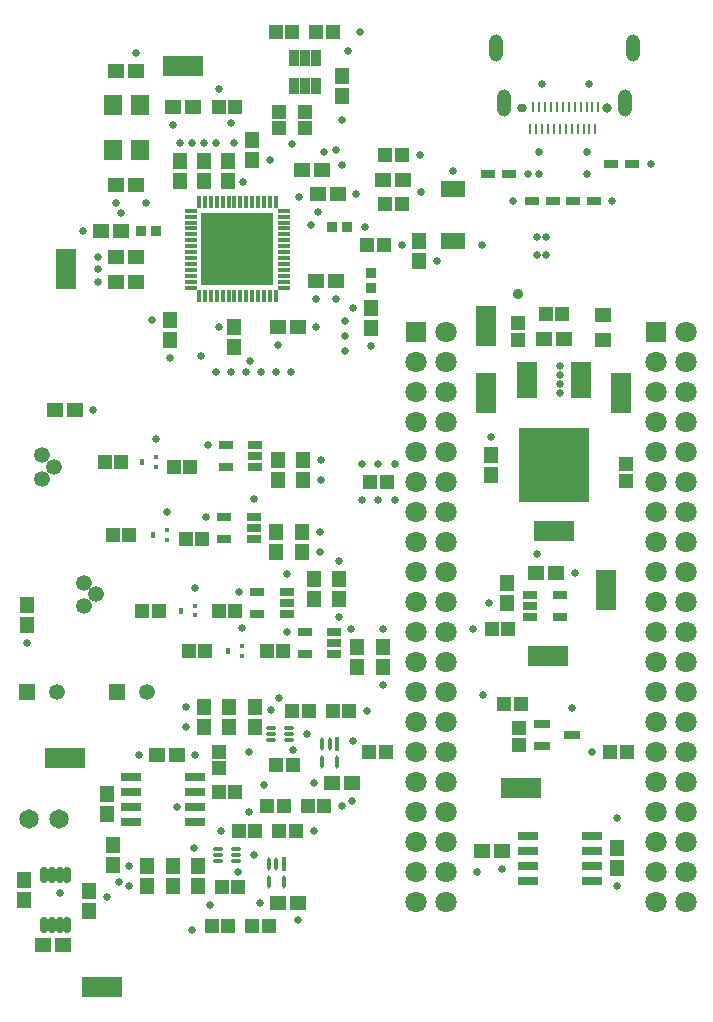
<source format=gts>
G04*
G04 #@! TF.GenerationSoftware,Altium Limited,Altium Designer,21.6.1 (37)*
G04*
G04 Layer_Color=8388736*
%FSAX25Y25*%
%MOIN*%
G70*
G04*
G04 #@! TF.SameCoordinates,E0C0A44B-B62E-4E6E-ADDB-BB2CC36F5004*
G04*
G04*
G04 #@! TF.FilePolarity,Negative*
G04*
G01*
G75*
%ADD16R,0.01772X0.01575*%
%ADD17R,0.01772X0.01968*%
%ADD22R,0.01000X0.03543*%
%ADD23R,0.13504X0.07008*%
%ADD25R,0.07008X0.13504*%
%ADD33R,0.01322X0.04583*%
G04:AMPARAMS|DCode=34|XSize=45.83mil|YSize=13.22mil|CornerRadius=6.61mil|HoleSize=0mil|Usage=FLASHONLY|Rotation=270.000|XOffset=0mil|YOffset=0mil|HoleType=Round|Shape=RoundedRectangle|*
%AMROUNDEDRECTD34*
21,1,0.04583,0.00000,0,0,270.0*
21,1,0.03260,0.01322,0,0,270.0*
1,1,0.01322,0.00000,-0.01630*
1,1,0.01322,0.00000,0.01630*
1,1,0.01322,0.00000,0.01630*
1,1,0.01322,0.00000,-0.01630*
%
%ADD34ROUNDEDRECTD34*%
%ADD36R,0.03174X0.03379*%
%ADD37R,0.03379X0.03174*%
%ADD43R,0.05000X0.02992*%
%ADD44R,0.04921X0.05512*%
%ADD45R,0.04528X0.04921*%
%ADD46R,0.05118X0.02953*%
%ADD47R,0.05512X0.04921*%
%ADD48R,0.04724X0.02756*%
%ADD49R,0.05315X0.04921*%
%ADD50R,0.06890X0.12402*%
%ADD51R,0.23425X0.25000*%
%ADD52R,0.04921X0.04528*%
%ADD53R,0.05315X0.02953*%
%ADD54R,0.06594X0.03150*%
G04:AMPARAMS|DCode=55|XSize=23.62mil|YSize=51.18mil|CornerRadius=4.9mil|HoleSize=0mil|Usage=FLASHONLY|Rotation=180.000|XOffset=0mil|YOffset=0mil|HoleType=Round|Shape=RoundedRectangle|*
%AMROUNDEDRECTD55*
21,1,0.02362,0.04138,0,0,180.0*
21,1,0.01382,0.05118,0,0,180.0*
1,1,0.00980,-0.00691,0.02069*
1,1,0.00980,0.00691,0.02069*
1,1,0.00980,0.00691,-0.02069*
1,1,0.00980,-0.00691,-0.02069*
%
%ADD55ROUNDEDRECTD55*%
G04:AMPARAMS|DCode=56|XSize=30.32mil|YSize=15.75mil|CornerRadius=4.92mil|HoleSize=0mil|Usage=FLASHONLY|Rotation=0.000|XOffset=0mil|YOffset=0mil|HoleType=Round|Shape=RoundedRectangle|*
%AMROUNDEDRECTD56*
21,1,0.03032,0.00591,0,0,0.0*
21,1,0.02047,0.01575,0,0,0.0*
1,1,0.00984,0.01024,-0.00295*
1,1,0.00984,-0.01024,-0.00295*
1,1,0.00984,-0.01024,0.00295*
1,1,0.00984,0.01024,0.00295*
%
%ADD56ROUNDEDRECTD56*%
%ADD57R,0.24016X0.24016*%
%ADD58R,0.03937X0.01772*%
%ADD59R,0.01772X0.03937*%
%ADD60R,0.08268X0.05512*%
%ADD61R,0.06102X0.06890*%
%ADD62R,0.03347X0.05709*%
%ADD63C,0.05284*%
%ADD64C,0.03189*%
G04:AMPARAMS|DCode=65|XSize=31.89mil|YSize=29.53mil|CornerRadius=14.76mil|HoleSize=0mil|Usage=FLASHONLY|Rotation=180.000|XOffset=0mil|YOffset=0mil|HoleType=Round|Shape=RoundedRectangle|*
%AMROUNDEDRECTD65*
21,1,0.03189,0.00000,0,0,180.0*
21,1,0.00236,0.02953,0,0,180.0*
1,1,0.02953,-0.00118,0.00000*
1,1,0.02953,0.00118,0.00000*
1,1,0.02953,0.00118,0.00000*
1,1,0.02953,-0.00118,0.00000*
%
%ADD65ROUNDEDRECTD65*%
G04:AMPARAMS|DCode=66|XSize=47.24mil|YSize=90.55mil|CornerRadius=23.62mil|HoleSize=0mil|Usage=FLASHONLY|Rotation=180.000|XOffset=0mil|YOffset=0mil|HoleType=Round|Shape=RoundedRectangle|*
%AMROUNDEDRECTD66*
21,1,0.04724,0.04331,0,0,180.0*
21,1,0.00000,0.09055,0,0,180.0*
1,1,0.04724,0.00000,0.02165*
1,1,0.04724,0.00000,0.02165*
1,1,0.04724,0.00000,-0.02165*
1,1,0.04724,0.00000,-0.02165*
%
%ADD66ROUNDEDRECTD66*%
%ADD67R,0.05284X0.05284*%
%ADD68C,0.06496*%
%ADD69R,0.07087X0.07087*%
%ADD70C,0.07087*%
%ADD71C,0.02591*%
%ADD72C,0.03591*%
D16*
X0053264Y0180925D02*
D03*
Y0184075D02*
D03*
X0057028Y0156675D02*
D03*
Y0159825D02*
D03*
X0082028Y0121075D02*
D03*
Y0117925D02*
D03*
X0066264Y0134575D02*
D03*
Y0131425D02*
D03*
D17*
X0048736Y0182500D02*
D03*
X0052500Y0158250D02*
D03*
X0077500Y0119500D02*
D03*
X0061736Y0133000D02*
D03*
D22*
X0199835Y0293504D02*
D03*
X0197866D02*
D03*
X0195898D02*
D03*
X0193929D02*
D03*
X0191961D02*
D03*
X0189992D02*
D03*
X0188024D02*
D03*
X0186055D02*
D03*
X0184087D02*
D03*
X0182118D02*
D03*
X0180150D02*
D03*
X0178181D02*
D03*
X0179165Y0300984D02*
D03*
X0181134D02*
D03*
X0183102D02*
D03*
X0185071D02*
D03*
X0187039D02*
D03*
X0189008D02*
D03*
X0190976D02*
D03*
X0192945D02*
D03*
X0194913D02*
D03*
X0196882D02*
D03*
X0198850D02*
D03*
X0200819D02*
D03*
D23*
X0184000Y0118000D02*
D03*
X0186000Y0159500D02*
D03*
X0175000Y0074000D02*
D03*
X0023000Y0084000D02*
D03*
X0035500Y0007500D02*
D03*
X0062500Y0314500D02*
D03*
D25*
X0203500Y0140000D02*
D03*
X0163500Y0228000D02*
D03*
Y0205500D02*
D03*
X0208500D02*
D03*
X0023500Y0246750D02*
D03*
D33*
X0113815Y0088532D02*
D03*
X0096059Y0048532D02*
D03*
D34*
X0111256Y0088532D02*
D03*
X0108697D02*
D03*
Y0082468D02*
D03*
X0113815D02*
D03*
X0093500Y0048532D02*
D03*
X0090941D02*
D03*
Y0042468D02*
D03*
X0096059D02*
D03*
D36*
X0112070Y0261000D02*
D03*
X0117000D02*
D03*
X0048500Y0259500D02*
D03*
X0053430D02*
D03*
D37*
X0125000Y0240535D02*
D03*
Y0245465D02*
D03*
D43*
X0163992Y0278500D02*
D03*
X0171000D02*
D03*
X0204992Y0282000D02*
D03*
X0212000D02*
D03*
X0185762Y0269500D02*
D03*
X0178754D02*
D03*
X0192254D02*
D03*
X0199262D02*
D03*
D44*
X0102500Y0183346D02*
D03*
Y0176654D02*
D03*
X0094000Y0183346D02*
D03*
Y0176654D02*
D03*
X0093500Y0159346D02*
D03*
Y0152654D02*
D03*
X0102000Y0159346D02*
D03*
Y0152654D02*
D03*
X0120500Y0114154D02*
D03*
Y0120846D02*
D03*
X0129000Y0114154D02*
D03*
Y0120846D02*
D03*
X0106000Y0136807D02*
D03*
Y0143500D02*
D03*
X0114500Y0136807D02*
D03*
Y0143500D02*
D03*
X0010500Y0128154D02*
D03*
Y0134846D02*
D03*
X0170500Y0135653D02*
D03*
Y0142347D02*
D03*
X0165000Y0184846D02*
D03*
Y0178154D02*
D03*
X0039000Y0054847D02*
D03*
Y0048153D02*
D03*
X0037000Y0071846D02*
D03*
Y0065153D02*
D03*
X0009500Y0043346D02*
D03*
Y0036654D02*
D03*
X0031000Y0033000D02*
D03*
Y0039693D02*
D03*
X0069256Y0100847D02*
D03*
Y0094153D02*
D03*
X0077756Y0100847D02*
D03*
Y0094153D02*
D03*
X0086256Y0100847D02*
D03*
Y0094153D02*
D03*
X0067500Y0041307D02*
D03*
Y0048000D02*
D03*
X0050500Y0041307D02*
D03*
Y0048000D02*
D03*
X0059000Y0041307D02*
D03*
Y0048000D02*
D03*
X0207000Y0047153D02*
D03*
Y0053847D02*
D03*
X0115500Y0304654D02*
D03*
Y0311347D02*
D03*
X0141000Y0256347D02*
D03*
Y0249654D02*
D03*
X0125000Y0233846D02*
D03*
Y0227153D02*
D03*
X0079500Y0227500D02*
D03*
Y0220807D02*
D03*
X0058000Y0229847D02*
D03*
Y0223153D02*
D03*
X0061500Y0276153D02*
D03*
Y0282846D02*
D03*
X0077500Y0276153D02*
D03*
Y0282846D02*
D03*
X0069500Y0276153D02*
D03*
Y0282846D02*
D03*
X0085500Y0283154D02*
D03*
Y0289846D02*
D03*
D45*
X0059244Y0181000D02*
D03*
X0064756D02*
D03*
X0036244Y0182500D02*
D03*
X0041756D02*
D03*
X0038988Y0158250D02*
D03*
X0044500D02*
D03*
X0063244Y0156750D02*
D03*
X0068756D02*
D03*
X0064244Y0119500D02*
D03*
X0069756D02*
D03*
X0095756D02*
D03*
X0090244D02*
D03*
X0048744Y0133000D02*
D03*
X0054256D02*
D03*
X0079756D02*
D03*
X0074244D02*
D03*
X0170756Y0127000D02*
D03*
X0165244D02*
D03*
X0188756Y0232000D02*
D03*
X0183244D02*
D03*
X0175000Y0102000D02*
D03*
X0169488D02*
D03*
X0079756Y0072500D02*
D03*
X0074244D02*
D03*
X0096012Y0068000D02*
D03*
X0090500D02*
D03*
X0109512D02*
D03*
X0104000D02*
D03*
X0117756Y0099500D02*
D03*
X0112244D02*
D03*
X0104256D02*
D03*
X0098744D02*
D03*
X0093500Y0081500D02*
D03*
X0099012D02*
D03*
X0077512Y0028000D02*
D03*
X0072000D02*
D03*
X0091012D02*
D03*
X0085500D02*
D03*
X0075244Y0041000D02*
D03*
X0080756D02*
D03*
X0086500Y0059500D02*
D03*
X0080988D02*
D03*
X0100012D02*
D03*
X0094500D02*
D03*
X0130012Y0086000D02*
D03*
X0124500D02*
D03*
X0210256D02*
D03*
X0204744D02*
D03*
X0130256Y0176000D02*
D03*
X0124744D02*
D03*
X0079756Y0301000D02*
D03*
X0074244D02*
D03*
X0112256Y0326000D02*
D03*
X0106744D02*
D03*
X0098756D02*
D03*
X0093244D02*
D03*
X0135256Y0268500D02*
D03*
X0129744D02*
D03*
X0123744Y0255000D02*
D03*
X0129256D02*
D03*
X0129744Y0285000D02*
D03*
X0135256D02*
D03*
D46*
X0076579Y0180760D02*
D03*
Y0188240D02*
D03*
X0086421D02*
D03*
Y0184500D02*
D03*
Y0180760D02*
D03*
X0112843Y0118500D02*
D03*
Y0122240D02*
D03*
Y0125980D02*
D03*
X0103000D02*
D03*
Y0118500D02*
D03*
X0096921Y0131760D02*
D03*
Y0135500D02*
D03*
Y0139240D02*
D03*
X0087079D02*
D03*
Y0131760D02*
D03*
X0085921Y0156760D02*
D03*
Y0160500D02*
D03*
Y0164240D02*
D03*
X0076079D02*
D03*
Y0156760D02*
D03*
D47*
X0019654Y0200000D02*
D03*
X0026346D02*
D03*
X0180154Y0145500D02*
D03*
X0186846D02*
D03*
X0189347Y0223500D02*
D03*
X0182653D02*
D03*
X0060347Y0085000D02*
D03*
X0053654D02*
D03*
X0022346Y0021500D02*
D03*
X0015653D02*
D03*
X0111909Y0075500D02*
D03*
X0118602D02*
D03*
X0094153Y0035500D02*
D03*
X0100847D02*
D03*
X0168846Y0053000D02*
D03*
X0162153D02*
D03*
X0107307Y0272000D02*
D03*
X0114000D02*
D03*
X0040154Y0313000D02*
D03*
X0046847D02*
D03*
X0065847Y0301000D02*
D03*
X0059153D02*
D03*
X0046847Y0251000D02*
D03*
X0040154D02*
D03*
X0094153Y0227500D02*
D03*
X0100847D02*
D03*
X0040154Y0275000D02*
D03*
X0046847D02*
D03*
X0041846Y0259500D02*
D03*
X0035154D02*
D03*
X0129154Y0276500D02*
D03*
X0135846D02*
D03*
X0102154Y0280000D02*
D03*
X0108846D02*
D03*
X0106653Y0243000D02*
D03*
X0113347D02*
D03*
X0046847Y0242500D02*
D03*
X0040154D02*
D03*
D48*
X0188118Y0138240D02*
D03*
Y0130760D02*
D03*
X0177882D02*
D03*
Y0134500D02*
D03*
Y0138240D02*
D03*
D49*
X0202500Y0223366D02*
D03*
Y0231634D02*
D03*
D50*
X0194996Y0209768D02*
D03*
X0177004D02*
D03*
D51*
X0186000Y0181500D02*
D03*
D52*
X0174000Y0223244D02*
D03*
Y0228756D02*
D03*
X0210000Y0181756D02*
D03*
Y0176244D02*
D03*
X0174500Y0088244D02*
D03*
Y0093756D02*
D03*
X0074500Y0080488D02*
D03*
Y0086000D02*
D03*
X0094500Y0293744D02*
D03*
Y0299256D02*
D03*
X0103000Y0293744D02*
D03*
Y0299256D02*
D03*
D53*
X0191921Y0091500D02*
D03*
X0182079Y0087760D02*
D03*
Y0095240D02*
D03*
D54*
X0045146Y0077500D02*
D03*
Y0072500D02*
D03*
Y0067500D02*
D03*
Y0062500D02*
D03*
X0066500D02*
D03*
Y0067500D02*
D03*
Y0072500D02*
D03*
Y0077500D02*
D03*
X0198677Y0058000D02*
D03*
Y0053000D02*
D03*
Y0048000D02*
D03*
Y0043000D02*
D03*
X0177323D02*
D03*
Y0048000D02*
D03*
Y0053000D02*
D03*
Y0058000D02*
D03*
D55*
X0016161Y0028134D02*
D03*
X0018721D02*
D03*
X0021280D02*
D03*
X0023839D02*
D03*
X0016161Y0044866D02*
D03*
X0018721D02*
D03*
X0021280D02*
D03*
X0023839D02*
D03*
D56*
X0091843Y0090031D02*
D03*
Y0092000D02*
D03*
Y0093968D02*
D03*
X0097669D02*
D03*
Y0092000D02*
D03*
Y0090031D02*
D03*
X0074087Y0049632D02*
D03*
Y0051600D02*
D03*
Y0053569D02*
D03*
X0079913D02*
D03*
Y0051600D02*
D03*
Y0049632D02*
D03*
D57*
X0080500Y0253500D02*
D03*
D58*
X0096051Y0266295D02*
D03*
Y0264327D02*
D03*
Y0262358D02*
D03*
Y0260390D02*
D03*
Y0258421D02*
D03*
Y0256453D02*
D03*
Y0254484D02*
D03*
Y0252516D02*
D03*
Y0250547D02*
D03*
Y0248579D02*
D03*
Y0246610D02*
D03*
Y0244642D02*
D03*
Y0242673D02*
D03*
Y0240705D02*
D03*
X0064949D02*
D03*
Y0242673D02*
D03*
Y0244642D02*
D03*
Y0246610D02*
D03*
Y0248579D02*
D03*
Y0250547D02*
D03*
Y0252516D02*
D03*
Y0254484D02*
D03*
Y0256453D02*
D03*
Y0258421D02*
D03*
Y0260390D02*
D03*
Y0262358D02*
D03*
Y0264327D02*
D03*
Y0266295D02*
D03*
D59*
X0093295Y0237949D02*
D03*
X0091327D02*
D03*
X0089358D02*
D03*
X0087390D02*
D03*
X0085421D02*
D03*
X0083453D02*
D03*
X0081484D02*
D03*
X0079516D02*
D03*
X0077547D02*
D03*
X0075579D02*
D03*
X0073610D02*
D03*
X0071642D02*
D03*
X0069673D02*
D03*
X0067705D02*
D03*
Y0269051D02*
D03*
X0069673D02*
D03*
X0071642D02*
D03*
X0073610D02*
D03*
X0075579D02*
D03*
X0077547D02*
D03*
X0079516D02*
D03*
X0081484D02*
D03*
X0083453D02*
D03*
X0085421D02*
D03*
X0087390D02*
D03*
X0089358D02*
D03*
X0091327D02*
D03*
X0093295D02*
D03*
D60*
X0152500Y0256339D02*
D03*
Y0273661D02*
D03*
D61*
X0038972Y0301480D02*
D03*
Y0286520D02*
D03*
X0048028D02*
D03*
Y0301480D02*
D03*
D62*
X0106740Y0317224D02*
D03*
X0103000D02*
D03*
X0099260D02*
D03*
Y0307776D02*
D03*
X0103000D02*
D03*
X0106740D02*
D03*
D63*
X0019437Y0180937D02*
D03*
X0015500Y0184874D02*
D03*
Y0177000D02*
D03*
X0029500Y0134500D02*
D03*
X0033437Y0138437D02*
D03*
X0029500Y0142374D02*
D03*
X0020500Y0106000D02*
D03*
X0050500D02*
D03*
D64*
X0203673Y0300590D02*
D03*
D65*
X0175327D02*
D03*
D66*
X0209579Y0302087D02*
D03*
X0169421D02*
D03*
X0212335Y0320472D02*
D03*
X0166665D02*
D03*
D67*
X0010500Y0106000D02*
D03*
X0040500D02*
D03*
D68*
X0021000Y0063500D02*
D03*
X0011000D02*
D03*
D69*
X0220000Y0226000D02*
D03*
X0140000D02*
D03*
D70*
X0230000D02*
D03*
X0220000Y0216000D02*
D03*
X0230000D02*
D03*
X0220000Y0206000D02*
D03*
X0230000D02*
D03*
X0220000Y0196000D02*
D03*
X0230000D02*
D03*
X0220000Y0186000D02*
D03*
X0230000D02*
D03*
X0220000Y0176000D02*
D03*
X0230000D02*
D03*
X0220000Y0166000D02*
D03*
X0230000D02*
D03*
X0220000Y0156000D02*
D03*
X0230000D02*
D03*
X0220000Y0146000D02*
D03*
X0230000D02*
D03*
X0220000Y0136000D02*
D03*
X0230000D02*
D03*
X0220000Y0126000D02*
D03*
X0230000D02*
D03*
X0220000Y0116000D02*
D03*
X0230000D02*
D03*
X0220000Y0106000D02*
D03*
X0230000D02*
D03*
X0220000Y0096000D02*
D03*
X0230000D02*
D03*
X0220000Y0086000D02*
D03*
X0230000D02*
D03*
X0220000Y0076000D02*
D03*
X0230000D02*
D03*
X0220000Y0066000D02*
D03*
X0230000D02*
D03*
X0220000Y0056000D02*
D03*
X0230000D02*
D03*
X0220000Y0046000D02*
D03*
X0230000D02*
D03*
X0220000Y0036000D02*
D03*
X0230000D02*
D03*
X0150000Y0226000D02*
D03*
X0140000Y0216000D02*
D03*
X0150000D02*
D03*
X0140000Y0206000D02*
D03*
X0150000D02*
D03*
X0140000Y0196000D02*
D03*
X0150000D02*
D03*
X0140000Y0186000D02*
D03*
X0150000D02*
D03*
X0140000Y0176000D02*
D03*
X0150000D02*
D03*
X0140000Y0166000D02*
D03*
X0150000D02*
D03*
X0140000Y0156000D02*
D03*
X0150000D02*
D03*
X0140000Y0146000D02*
D03*
X0150000D02*
D03*
X0140000Y0136000D02*
D03*
X0150000D02*
D03*
X0140000Y0126000D02*
D03*
X0150000D02*
D03*
X0140000Y0116000D02*
D03*
X0150000D02*
D03*
X0140000Y0106000D02*
D03*
X0150000D02*
D03*
X0140000Y0096000D02*
D03*
X0150000D02*
D03*
X0140000Y0086000D02*
D03*
X0150000D02*
D03*
X0140000Y0076000D02*
D03*
X0150000D02*
D03*
X0140000Y0066000D02*
D03*
X0150000D02*
D03*
X0140000Y0056000D02*
D03*
X0150000D02*
D03*
X0140000Y0046000D02*
D03*
X0150000D02*
D03*
X0140000Y0036000D02*
D03*
X0150000D02*
D03*
D71*
X0084700Y0216300D02*
D03*
X0091500Y0283154D02*
D03*
X0123756Y0099500D02*
D03*
X0165000Y0190846D02*
D03*
X0063256Y0100847D02*
D03*
X0091843Y0099968D02*
D03*
X0094500Y0104000D02*
D03*
X0053264Y0190075D02*
D03*
X0070579Y0188240D02*
D03*
X0122000Y0170000D02*
D03*
X0108500Y0176654D02*
D03*
Y0183346D02*
D03*
X0096921Y0145240D02*
D03*
X0097000Y0125980D02*
D03*
X0085921Y0170240D02*
D03*
X0108000Y0152654D02*
D03*
Y0159346D02*
D03*
X0057028Y0165825D02*
D03*
X0070079Y0164240D02*
D03*
X0118500Y0127000D02*
D03*
X0129000Y0108154D02*
D03*
X0082028Y0127075D02*
D03*
X0129000Y0126846D02*
D03*
X0032346Y0200000D02*
D03*
X0010500Y0122154D02*
D03*
X0114500Y0149500D02*
D03*
Y0130807D02*
D03*
X0081079Y0139240D02*
D03*
X0066264Y0140575D02*
D03*
X0158990Y0127000D02*
D03*
X0192000Y0100500D02*
D03*
X0193100Y0145500D02*
D03*
X0164246Y0135653D02*
D03*
X0180235Y0151754D02*
D03*
X0178000Y0189500D02*
D03*
X0182000D02*
D03*
X0188000Y0214500D02*
D03*
Y0205500D02*
D03*
Y0208500D02*
D03*
Y0211500D02*
D03*
X0186000Y0189500D02*
D03*
X0190000D02*
D03*
X0194000Y0173500D02*
D03*
Y0189500D02*
D03*
Y0177500D02*
D03*
Y0185500D02*
D03*
Y0181500D02*
D03*
X0178000Y0173500D02*
D03*
X0182000D02*
D03*
X0190000D02*
D03*
X0178000Y0181500D02*
D03*
X0186000D02*
D03*
X0178000Y0185500D02*
D03*
X0186000D02*
D03*
X0182000Y0181500D02*
D03*
X0190000Y0177500D02*
D03*
Y0185500D02*
D03*
X0182000D02*
D03*
X0186000Y0177500D02*
D03*
X0182000D02*
D03*
X0178000D02*
D03*
X0186000Y0173500D02*
D03*
X0190000Y0181500D02*
D03*
X0162500Y0105000D02*
D03*
X0207000Y0041153D02*
D03*
X0100847Y0029900D02*
D03*
X0207000Y0064000D02*
D03*
X0160500Y0046000D02*
D03*
X0037000Y0037500D02*
D03*
X0041000Y0042500D02*
D03*
X0066000Y0054000D02*
D03*
X0066346Y0085000D02*
D03*
X0060500Y0067500D02*
D03*
X0047654Y0085000D02*
D03*
X0084500Y0086000D02*
D03*
X0119000Y0089500D02*
D03*
X0105910Y0075500D02*
D03*
X0089500Y0075000D02*
D03*
X0115512Y0068000D02*
D03*
X0071500Y0035000D02*
D03*
X0021280Y0038866D02*
D03*
X0084256Y0066000D02*
D03*
X0118602Y0069500D02*
D03*
X0103669Y0092000D02*
D03*
X0099012Y0086500D02*
D03*
X0063256Y0094153D02*
D03*
X0044500Y0048000D02*
D03*
X0065500Y0026500D02*
D03*
X0088154Y0035500D02*
D03*
X0080756Y0046000D02*
D03*
X0106012Y0059500D02*
D03*
X0074988D02*
D03*
X0085913Y0051600D02*
D03*
X0044500Y0041307D02*
D03*
X0141510Y0285000D02*
D03*
X0162200Y0254800D02*
D03*
X0183400Y0251600D02*
D03*
X0180400D02*
D03*
Y0257600D02*
D03*
X0183400D02*
D03*
X0152500Y0279661D02*
D03*
X0113500Y0286500D02*
D03*
X0098750Y0288500D02*
D03*
X0115500Y0296500D02*
D03*
X0168846Y0047000D02*
D03*
X0122000Y0182000D02*
D03*
X0127500Y0170000D02*
D03*
Y0182000D02*
D03*
X0133000D02*
D03*
Y0170000D02*
D03*
X0116500Y0219500D02*
D03*
Y0224500D02*
D03*
Y0229500D02*
D03*
X0098500Y0212500D02*
D03*
X0093500D02*
D03*
X0088500D02*
D03*
X0083500D02*
D03*
X0078500D02*
D03*
X0073500D02*
D03*
X0068500Y0218000D02*
D03*
X0125000Y0221153D02*
D03*
X0058000Y0217154D02*
D03*
X0052000Y0229847D02*
D03*
X0198744Y0086000D02*
D03*
X0109500Y0286000D02*
D03*
X0115500Y0281500D02*
D03*
X0101000Y0271000D02*
D03*
X0205516Y0269500D02*
D03*
X0218254Y0282000D02*
D03*
X0141846Y0272500D02*
D03*
X0123000Y0261000D02*
D03*
X0172500Y0269500D02*
D03*
X0177254Y0278500D02*
D03*
X0147000Y0249654D02*
D03*
X0074244Y0307000D02*
D03*
X0080500Y0256500D02*
D03*
X0071500D02*
D03*
X0074500D02*
D03*
X0117500Y0319500D02*
D03*
X0121500Y0326000D02*
D03*
X0080500Y0253500D02*
D03*
X0077500Y0247500D02*
D03*
Y0250500D02*
D03*
X0080500D02*
D03*
X0077500Y0253500D02*
D03*
X0074500Y0227500D02*
D03*
X0034154Y0246750D02*
D03*
X0041846Y0265500D02*
D03*
X0071500Y0259500D02*
D03*
X0074500Y0262500D02*
D03*
Y0259500D02*
D03*
X0046847Y0319000D02*
D03*
X0040154Y0269000D02*
D03*
X0029154Y0259500D02*
D03*
X0050000Y0269000D02*
D03*
X0061500Y0288846D02*
D03*
X0069500D02*
D03*
X0065500Y0288846D02*
D03*
X0073500D02*
D03*
X0059153Y0295000D02*
D03*
X0071593Y0262406D02*
D03*
X0074500Y0253500D02*
D03*
X0034154Y0242500D02*
D03*
X0071500Y0244500D02*
D03*
Y0247500D02*
D03*
X0074500Y0250500D02*
D03*
Y0247500D02*
D03*
Y0244500D02*
D03*
X0071500Y0250500D02*
D03*
Y0253500D02*
D03*
X0034154Y0251000D02*
D03*
X0077500Y0244500D02*
D03*
X0080500D02*
D03*
Y0247500D02*
D03*
X0083500Y0244500D02*
D03*
X0119000Y0233846D02*
D03*
X0113346Y0237000D02*
D03*
X0120000Y0272000D02*
D03*
X0107307Y0266000D02*
D03*
X0135256Y0255000D02*
D03*
X0089500Y0253500D02*
D03*
X0086500Y0250500D02*
D03*
X0083500Y0247500D02*
D03*
X0086500Y0244500D02*
D03*
X0089500D02*
D03*
X0078500Y0295500D02*
D03*
X0077500Y0256500D02*
D03*
Y0262500D02*
D03*
Y0259500D02*
D03*
X0080500Y0262500D02*
D03*
Y0259500D02*
D03*
X0086500Y0262500D02*
D03*
X0083500D02*
D03*
X0089500D02*
D03*
X0079500Y0289000D02*
D03*
X0082500Y0276000D02*
D03*
X0089500Y0256500D02*
D03*
X0094153Y0221500D02*
D03*
X0105000Y0261500D02*
D03*
X0106846Y0227500D02*
D03*
X0106653Y0237000D02*
D03*
X0089500Y0259500D02*
D03*
X0086500Y0253500D02*
D03*
Y0256500D02*
D03*
X0083500D02*
D03*
Y0253500D02*
D03*
Y0259500D02*
D03*
X0086500D02*
D03*
X0083500Y0250500D02*
D03*
X0086500Y0247500D02*
D03*
X0089500Y0250500D02*
D03*
Y0247500D02*
D03*
X0196882Y0286000D02*
D03*
X0182118Y0308488D02*
D03*
X0196882Y0278500D02*
D03*
X0181134D02*
D03*
X0197866Y0308488D02*
D03*
X0181134Y0286000D02*
D03*
D72*
X0174000Y0238500D02*
D03*
M02*

</source>
